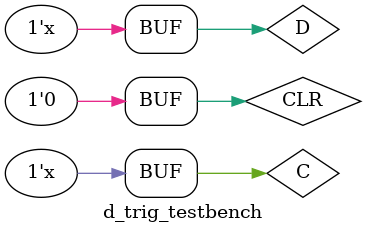
<source format=v>

module d_trig_testbench ( );

    parameter reg CLEAR_DATA  = 0;
    parameter     CLEAR_VAL   = 1;

    reg D, DCLR, C, CLR;
    wire Q, notQ;

    d_trig #(
        .CLEAR_VAL(CLEAR_VAL)
    )
    d_trig_i (
        .D(D),
        .DCLR(CLEAR_DATA),
        .C(C),
        .CLR(CLR),
        .Q(Q),
        .notQ(notQ)
    );

    // Clock generation
    always
        #5 C = !C;

    // Data generation
    always
        #30 D = !D;

    // Simulation
    initial begin
        D = 0;
        C = 0;
        CLR = ~CLEAR_VAL;

        // Reset
        #2 CLR = CLEAR_VAL;
        #2 CLR = ~CLEAR_VAL;

        #40 CLR = CLEAR_VAL;
        #2  CLR = ~CLEAR_VAL;
    end

endmodule
</source>
